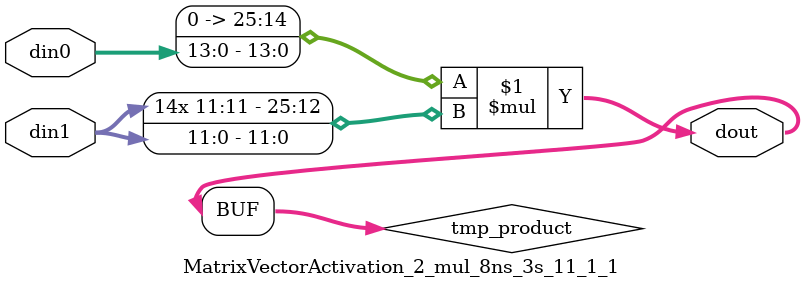
<source format=v>

`timescale 1 ns / 1 ps

  (* use_dsp = "no" *)  module MatrixVectorActivation_2_mul_8ns_3s_11_1_1(din0, din1, dout);
parameter ID = 1;
parameter NUM_STAGE = 0;
parameter din0_WIDTH = 14;
parameter din1_WIDTH = 12;
parameter dout_WIDTH = 26;

input [din0_WIDTH - 1 : 0] din0; 
input [din1_WIDTH - 1 : 0] din1; 
output [dout_WIDTH - 1 : 0] dout;

wire signed [dout_WIDTH - 1 : 0] tmp_product;











assign tmp_product = $signed({1'b0, din0}) * $signed(din1);










assign dout = tmp_product;







endmodule

</source>
